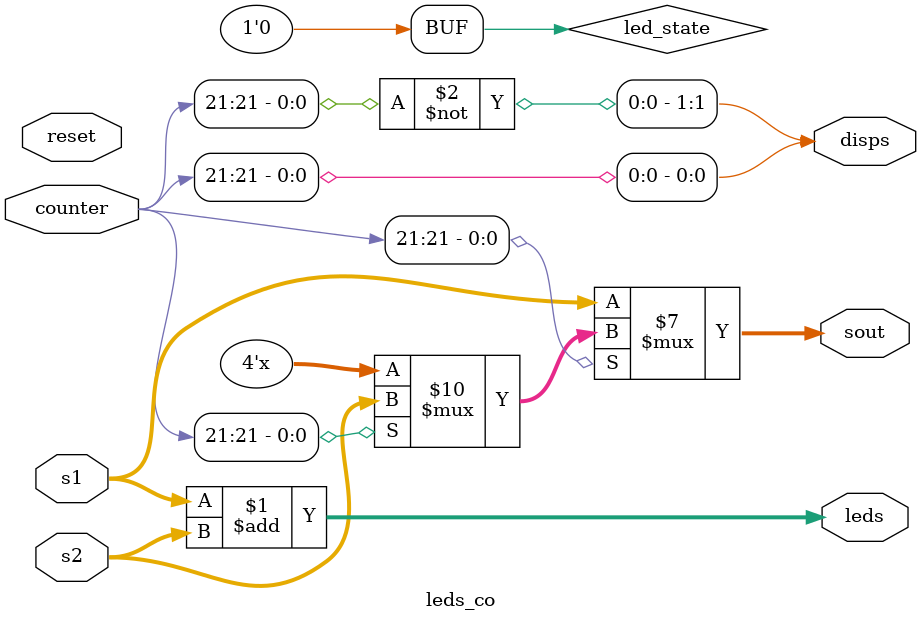
<source format=sv>
/*
by Carlos Ojeda de Silva, September 3 2025
cojedadesilva@g.hmc.edu
This file does and and and xor operatioon on 4 switches and also makes a 2.4Hz blinking LED.
*/
module leds_co(
	input reset,
	input logic [3:0] s1, s2,
	input logic [31:0] counter, //uncomment for testbench
	output 	logic [1:0] disps,
	output logic [3:0] sout,
	output logic [4:0] leds
);

	logic int_osc;
	logic pulse; 
	logic led_state = 0;
	//logic [31:0] counter = 0; //comment for testbench
	
	// Internal high-speed oscillator 
	HSOSC hf_osc (.CLKHFPU(1'b1), .CLKHFEN(1'b1), .CLKHF(int_osc));
	
	// Simple clock divider
	/*
	always_ff @(posedge int_osc) //comment for testbench
		begin
			counter <= counter + 215; 
			if (counter[21]) sout = s1;
			if (~counter[21]) sout = s2;
			if (reset) counter = 0;
		end //*/
  assign leds = s1 + s2;
  assign disps[0] = counter[21];
  assign disps[1] = ~counter[21];
  //*
  always @(*) begin
  if (counter[21]) sout = s2; //uncomment for testbench
  if (~counter[21]) sout = s1;
  end
  //*/
  
  
endmodule
</source>
